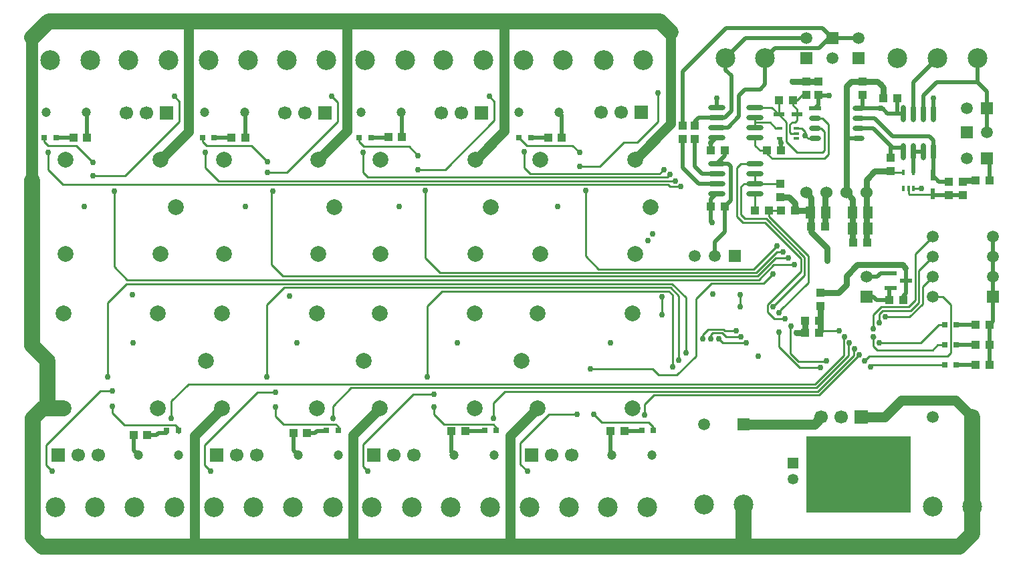
<source format=gtl>
%FSDAX24Y24*%
%MOIN*%
%SFA1B1*%

%IPPOS*%
%ADD10O,0.023600X0.086600*%
%ADD11O,0.086600X0.023600*%
%ADD12R,0.059800X0.024000*%
%ADD13O,0.059800X0.024000*%
%ADD14R,0.027600X0.015700*%
%ADD15R,0.015700X0.027600*%
%ADD16R,0.059100X0.023600*%
%ADD17R,0.043300X0.039400*%
%ADD18R,0.039400X0.043300*%
%ADD19R,0.031500X0.031500*%
%ADD20R,0.021700X0.057100*%
%ADD21R,0.057100X0.021700*%
%ADD22R,0.051200X0.059100*%
%ADD23C,0.010000*%
%ADD24C,0.030000*%
%ADD25C,0.020000*%
%ADD26C,0.080000*%
%ADD27C,0.050000*%
%ADD28C,0.060000*%
%ADD29R,0.520000X0.380000*%
%ADD30C,0.060000*%
%ADD31R,0.066900X0.066900*%
%ADD32C,0.066900*%
%ADD33C,0.059100*%
%ADD34R,0.059100X0.059100*%
%ADD35R,0.066900X0.066900*%
%ADD36C,0.098400*%
%ADD37R,0.059100X0.059100*%
%ADD38C,0.078700*%
%ADD39C,0.047200*%
%ADD40R,0.053100X0.053100*%
%ADD41C,0.053100*%
%ADD42C,0.030000*%
%LNde-010824-1*%
%LPD*%
G54D10*
X057150Y033145D03*
X056650D03*
X056150D03*
X055650D03*
X057150Y031255D03*
X056650D03*
X056150D03*
X055650D03*
G54D11*
X046355Y033450D03*
Y032950D03*
Y032450D03*
Y031950D03*
X048245Y033450D03*
Y032950D03*
Y032450D03*
Y031950D03*
X046355Y030650D03*
Y030150D03*
Y029650D03*
Y029150D03*
X048245Y030650D03*
Y030150D03*
Y029650D03*
Y029150D03*
G54D12*
X051235Y033400D03*
G54D13*
X051235Y032900D03*
Y032400D03*
Y031900D03*
X053400Y033400D03*
Y032900D03*
Y032400D03*
Y031900D03*
G54D14*
X050300Y031900D03*
Y032156D03*
Y032412D03*
X049493D03*
Y031900D03*
G54D15*
X055644Y029396D03*
X055900D03*
X056156D03*
Y030204D03*
X055644D03*
G54D16*
X055774Y024800D03*
X055026Y024426D03*
Y025174D03*
G54D17*
X014950Y031950D03*
X014281D03*
X041065Y017300D03*
X041735D03*
X022835Y031950D03*
X022165D03*
X033131Y017300D03*
X033800D03*
X030650Y031988D03*
X029981D03*
X025237Y017200D03*
X025906D03*
X038619Y031950D03*
X037950D03*
X017281Y017100D03*
X017950D03*
X049535Y031300D03*
X048865D03*
X049465Y033800D03*
X050135D03*
X059265Y029800D03*
X059935D03*
X055635Y023850D03*
X054965D03*
X050235Y028300D03*
X049565D03*
X048265D03*
X048935D03*
X059265Y022600D03*
X059935D03*
X059265Y021600D03*
X059935D03*
X059265Y020600D03*
X059935D03*
X055335Y033900D03*
X054665D03*
X046065Y031300D03*
X046735D03*
X053165Y026700D03*
X053835D03*
X051065Y027500D03*
X051735D03*
X051435Y022200D03*
X050765D03*
X051435Y022800D03*
X050765D03*
X046065Y028500D03*
X046735D03*
G54D18*
X055000Y030265D03*
Y030935D03*
X057900Y029735D03*
Y029065D03*
X044650Y031881D03*
Y032550D03*
X045250Y031865D03*
Y032535D03*
X049500Y029635D03*
Y028965D03*
X051500Y024200D03*
Y023531D03*
X058600Y029735D03*
Y029065D03*
X050800Y034735D03*
Y034065D03*
X053600Y034735D03*
Y034065D03*
X051400Y034735D03*
Y034065D03*
G54D19*
X013411Y031950D03*
X012820D03*
X042605Y017350D03*
X043195D03*
X021295Y031950D03*
X020705D03*
X034770Y017350D03*
X035361D03*
X029111Y031950D03*
X028520D03*
X026876Y017350D03*
X027467D03*
X037080Y031950D03*
X036489D03*
X018920Y017350D03*
X019511D03*
X058295Y022600D03*
X057705D03*
X058295Y021600D03*
X057705D03*
X058295Y020600D03*
X057705D03*
G54D20*
X057100Y030063D03*
Y029137D03*
G54D21*
X049437Y033100D03*
X050363D03*
G54D22*
X053126Y027400D03*
X053874D03*
X053126Y028200D03*
X053874D03*
X051026D03*
X051774D03*
G54D23*
X056546Y029396D02*
X056550Y029400D01*
X056156Y029396D02*
X056546D01*
X031900Y020000D02*
Y023550D01*
X032640Y024290*
X035200Y018700D02*
X035790Y019290D01*
X031800Y025950D02*
Y029300D01*
Y025950D02*
X032540Y025210D01*
X039800Y026050D02*
Y029300D01*
Y026050D02*
X040460Y025390D01*
X013000Y030350D02*
X013750Y029600D01*
X020850Y030450D02*
Y031200D01*
X047500Y023500D02*
Y024100D01*
X048670Y024670D02*
X049150Y025150D01*
X032640Y024290D02*
X043960D01*
X044150Y024100*
Y020500D02*
Y024100D01*
X044450Y020850D02*
Y024055D01*
X044109Y024650D02*
X044800Y023959D01*
Y021200D02*
Y023959D01*
X040050Y020400D02*
X043150D01*
X043450Y020100*
X044350*
X045300Y021050*
Y023900*
X046070Y024670*
X048670*
X048450Y024850D02*
X049198Y025598D01*
X050198*
X024720Y025030D02*
X048375D01*
X049295Y025950*
X049917*
X032540Y025210D02*
X048301D01*
X049341Y026250*
X049633*
X040460Y025390D02*
X048190D01*
X049350Y026550*
X043600Y023100D02*
Y024000D01*
X046050Y021900D02*
Y022100D01*
X046150Y022200*
X045650Y021900D02*
Y022100D01*
X045930Y022380*
X046150Y022200D02*
X046600D01*
X046800Y022000*
X047550*
X046675Y022380D02*
X046755Y022300D01*
X047300*
X045930Y022380D02*
X046675D01*
X046450Y021900D02*
X046650Y021700D01*
X047800*
X020850Y030450D02*
X021520Y029780D01*
X044017Y030100D02*
X044050D01*
X043490Y030140D02*
X043700Y030350D01*
X043877Y029960D02*
X044017Y030100D01*
X043900Y029600D02*
X044000Y029500D01*
X044550*
X048245Y029650D02*
X049485D01*
X049500Y029635*
X048245Y029650D02*
Y030150D01*
Y028320D02*
Y029150D01*
Y028320D02*
X048265Y028300D01*
X047700Y029650D02*
X048245D01*
X047550Y029500D02*
X047700Y029650D01*
X047550Y030650D02*
X048245D01*
X047350Y030450D02*
X047550Y030650D01*
X048935Y028300D02*
X049565D01*
X047550Y028100D02*
Y029500D01*
Y028100D02*
X047750Y027900D01*
X047350Y028000D02*
Y030450D01*
Y028000D02*
X047650Y027700D01*
X047750Y027900D02*
X048800D01*
X050720Y025980*
X047650Y027700D02*
X048745D01*
X050540Y025905*
Y025290D02*
Y025905D01*
X048935Y028020D02*
Y028300D01*
Y028020D02*
X050900Y026055D01*
X049742Y022900D02*
X049800D01*
X048870Y023620D02*
X050540Y025290D01*
X048870Y023230D02*
Y023620D01*
Y023230D02*
X049200Y022900D01*
X049742*
X049150Y023500D02*
X050720Y025070D01*
Y025980*
X049525Y023325D02*
X050900Y024700D01*
Y026055*
X051535Y022300D02*
X052450D01*
X051435Y022200D02*
X051500Y022265D01*
X051535Y022300*
X053170Y021370D02*
X053200Y021400D01*
X053170Y021075D02*
Y021370D01*
X052920Y021670D02*
X052950Y021700D01*
X052920Y021079D02*
Y021670D01*
X052670Y021970D02*
X052700Y022000D01*
X052670Y021084D02*
Y021970D01*
X049446Y021504D02*
Y022250D01*
X050020Y022532D02*
X050037Y022550D01*
X050020Y021185D02*
Y022532D01*
Y021185D02*
X050425Y020780D01*
X043220Y019110D02*
X051460D01*
X035790Y019290D02*
X051385D01*
X051460Y019110D02*
X053450Y021100D01*
X051385Y019290D02*
X053170Y021075D01*
X051311Y019470D02*
X052920Y021079D01*
X051236Y019650D02*
X052670Y021084D01*
X050480Y020470D02*
X051530D01*
X049446Y021504D02*
X050480Y020470D01*
X051780Y020780D02*
X051800Y020800D01*
X050425Y020780D02*
X051780D01*
X057850Y021050D02*
X058000Y021200D01*
X057100Y024000D02*
X057600D01*
X058000Y023600*
Y021200D02*
Y023600D01*
X054450Y022700D02*
Y023150D01*
X054600Y023300*
X056000*
X056420Y023720*
X054150Y022400D02*
Y023105D01*
X055900Y023500D02*
X056240Y023840D01*
X054150Y023105D02*
X054545Y023500D01*
X055900*
X054750Y023000D02*
X055955D01*
X056600Y023645*
X056240Y023840D02*
Y026140D01*
X057100Y027000*
X056420Y023720D02*
Y025320D01*
X057100Y026000*
X053700Y020800D02*
X053950Y021050D01*
X057850*
X054000Y020500D02*
X054100Y020600D01*
X057705*
X054150Y021550D02*
Y021900D01*
Y021550D02*
X054350Y021350D01*
X057100*
X057350Y021600*
X057705*
X054450Y021700D02*
X056500D01*
X057400Y022600*
X057705*
X056600Y023645D02*
Y024500D01*
X057100Y025000*
X049288Y032412D02*
X049493D01*
X049000Y032700D02*
X049288Y032412D01*
X048245Y032700D02*
X049000D01*
X048245Y032450D02*
Y032700D01*
Y032950*
X050363Y033100D02*
Y033337D01*
X050135Y033565D02*
X050363Y033337D01*
X050135Y033565D02*
Y033800D01*
X050615Y034065D02*
X050800D01*
X050350Y033800D02*
X050615Y034065D01*
X050135Y033800D02*
X050350D01*
X050363Y032813D02*
Y033100D01*
X050250Y032700D02*
X050363Y032813D01*
X048245Y033450D02*
X049087D01*
X049437Y033100*
X049465Y033128D02*
Y033800D01*
X049437Y033100D02*
X049465Y033128D01*
X048245Y031555D02*
Y031950D01*
Y031555D02*
X048500Y031300D01*
X048865*
X057063Y029100D02*
X057100Y029137D01*
X055950Y029100D02*
X057063D01*
X055900Y029150D02*
X055950Y029100D01*
X055900Y029150D02*
Y029396D01*
X055062Y030204D02*
X055644D01*
X055000Y030265D02*
X055062Y030204D01*
X019150Y017950D02*
Y018800D01*
X013000Y030350D02*
Y031200D01*
X014400Y031550D02*
X015250Y030700D01*
X012820Y031730D02*
Y031950D01*
Y031730D02*
X013000Y031550D01*
X014400*
X014916Y033200D02*
X014950Y033165D01*
X024150Y029238D02*
X024200Y029288D01*
X024150Y025600D02*
X024720Y025030D01*
X024150Y025600D02*
Y029238D01*
X036750Y030450D02*
Y031250D01*
Y030450D02*
X037060Y030140D01*
X043490*
X020705Y031745D02*
X020900Y031550D01*
X023150*
X023950Y030750*
X028520Y031730D02*
Y031950D01*
Y031730D02*
X028750Y031500D01*
X031000*
X031450Y031050*
X036489Y031950D02*
X036889Y031550D01*
X039150*
X039500Y031200*
Y030500D02*
X040500D01*
X041700Y031700*
X043419Y032731D02*
Y034181D01*
X041700Y031700D02*
X042388D01*
X043419Y032731*
X035000Y034000D02*
X035250Y033750D01*
X013750Y029600D02*
X043900D01*
X021520Y029780D02*
X044280D01*
X028940Y029960D02*
X043877D01*
X032800Y030350D02*
X035250Y032800D01*
Y033750*
X031450Y030350D02*
X032800D01*
X020705Y031745D02*
Y031950D01*
X023950Y030200D02*
X024900D01*
X027450Y032750*
Y033700*
X027150Y034000D02*
X027450Y033700D01*
X028700Y030200D02*
X028940Y029960D01*
X028700Y030200D02*
Y031200D01*
X015250Y030053D02*
X016853D01*
X019550Y032750*
Y033750*
X019300Y034000D02*
X019550Y033750D01*
X012900Y015600D02*
X013200Y015300D01*
X012900Y015600D02*
Y016600D01*
X015600Y019300*
X016200*
X023450Y019250D02*
X024350D01*
X019350Y017600D02*
X019511Y017439D01*
X016800Y017600D02*
X019350D01*
X016200Y018200D02*
X016800Y017600D01*
X016200Y018200D02*
Y018550D01*
X027200Y017850D02*
Y017950D01*
Y018550*
X035200Y017950D02*
Y018700D01*
X027350Y017650D02*
X027467Y017533D01*
X024750Y017650D02*
X027350D01*
X024350Y018050D02*
X024750Y017650D01*
X024350Y018050D02*
Y018500D01*
X035200Y017650D02*
X035361Y017489D01*
Y017350D02*
Y017489D01*
X032250Y018150D02*
Y018500D01*
Y018150D02*
X032750Y017650D01*
X035200*
X042750Y018100D02*
Y018640D01*
X043220Y019110*
X040200Y018150D02*
X040600Y017750D01*
X042950*
X043195Y017505*
Y017350D02*
Y017505D01*
X037977Y018127D02*
X039373D01*
X050300Y032412D02*
X050588D01*
X050750Y032250*
Y032050D02*
Y032250D01*
Y032050D02*
X050900Y031900D01*
X051235*
X049437Y033100D02*
X049815Y032723D01*
X050100Y032700D02*
X050250D01*
X049995Y032595D02*
X050100Y032700D01*
X049995Y032205D02*
Y032595D01*
Y032205D02*
X050044Y032156D01*
X050300*
X048865Y031135D02*
Y031300D01*
X051600Y031200D02*
X051700Y031300D01*
X051235Y032900D02*
X051600D01*
X051900Y032600*
Y031100D02*
Y032600D01*
X051235Y032400D02*
X051550D01*
X051700Y032250*
Y031300D02*
Y032250D01*
X048865Y031135D02*
X049100Y030900D01*
X051700*
X051900Y031100*
X049815Y031735D02*
Y032723D01*
Y031735D02*
X050350Y031200D01*
X051600*
X019150Y018800D02*
X020000Y019650D01*
X027200Y018550D02*
X028120Y019470D01*
X020000Y019650D02*
X051236D01*
X028120Y019470D02*
X051311D01*
X031200Y019150D02*
X032250D01*
X020800Y015600D02*
X021100Y015300D01*
X020800Y015600D02*
Y016600D01*
X023450Y019250*
X028700Y015550D02*
X028950Y015300D01*
X028700Y015550D02*
Y016650D01*
X031200Y019150*
X036550Y015650D02*
X036900Y015300D01*
X036550Y015650D02*
Y016700D01*
X037977Y018127*
X023900Y020000D02*
Y023600D01*
X015968Y020000D02*
Y023718D01*
X016900Y024650*
X044109*
X016300Y025500D02*
Y029288D01*
Y025500D02*
X016950Y024850D01*
X048450*
X027467Y017317D02*
Y017350D01*
Y017533*
X019511Y017217D02*
Y017350D01*
Y017439*
X023900Y023600D02*
X024770Y024470D01*
X044035*
X044450Y024055*
X049525Y023200D02*
Y023325D01*
X054150Y021900D02*
X054250Y022000D01*
G54D24*
X058950Y029800D02*
X059265D01*
X058665D02*
X058950D01*
X051500Y024200D02*
X052400D01*
X050765Y022200D02*
Y022800D01*
X050300Y022200D02*
X050765D01*
X052800Y029200D02*
X053126Y028874D01*
Y027400D02*
Y028200D01*
Y028874*
Y026739D02*
Y027400D01*
Y026739D02*
X053165Y026700D01*
X053800Y026735D02*
X053835Y026700D01*
X050800Y029200D02*
X051065Y028935D01*
X049500Y028965D02*
X049935D01*
X050235Y028665*
Y028300D02*
Y028665D01*
Y028300D02*
X050926D01*
X051026Y028200*
X054665Y033900D02*
Y034435D01*
X053600Y034735D02*
X054365D01*
X054500Y034600*
X054665Y034435*
X050100Y034750D02*
X050115Y034735D01*
X050800*
X051400*
X058600Y029735D02*
X058665Y029800D01*
X053800Y029200D02*
Y029850D01*
X054215Y030265*
X055000*
X053035Y034735D02*
X053600D01*
X052800Y034500D02*
X053035Y034735D01*
X052800Y029200D02*
Y031850D01*
Y034500*
X052400Y024200D02*
X052800Y024600D01*
Y025050*
X053350Y025600*
X055600*
X055750Y025450*
X051065Y027235D02*
Y027500D01*
Y027235D02*
X051850Y026450D01*
Y025800D02*
Y026450D01*
X051735Y027500D02*
Y029135D01*
X053800Y028200D02*
Y029200D01*
Y026735D02*
Y028200D01*
X051500Y022265D02*
Y023531D01*
X051065Y027500D02*
Y028935D01*
G54D25*
X054524Y025174D02*
X055026D01*
X054350Y025000D02*
X054524Y025174D01*
X053800Y025000D02*
X054350D01*
X054965Y024365D02*
X055026Y024426D01*
X053800Y024000D02*
X054150D01*
X055774Y024174D02*
Y024800D01*
X055635Y024035D02*
X055774Y024174D01*
X055635Y023850D02*
Y024035D01*
X054965Y023850D02*
Y024365D01*
X054150Y024000D02*
X054300Y023850D01*
X054965*
X052100Y036900D02*
X053400D01*
X051950D02*
X052100D01*
X051450Y036400D02*
X051950Y036900D01*
X046355Y032450D02*
X046900D01*
X046355Y032950D02*
X046750D01*
X047070Y033270*
X045450Y032950D02*
X046355D01*
X045250Y032750D02*
X045450Y032950D01*
X045250Y032535D02*
Y032750D01*
X046900Y032450D02*
X047450Y033000D01*
Y034050*
X046795Y035305D02*
Y035900D01*
Y035305D02*
X047070Y035030D01*
Y033270D02*
Y035030D01*
X047450Y034050D02*
X047750Y034350D01*
X048500*
X048763Y034613*
Y035900*
X049263Y036400D02*
X051450D01*
X048763Y035900D02*
X049263Y036400D01*
X047795Y036900D02*
X050800D01*
X046795Y035900D02*
X047795Y036900D01*
X051600Y037400D02*
X052100Y036900D01*
X044650Y032550D02*
Y035250D01*
X046800Y037400*
X051600*
X049535Y031300D02*
Y031665D01*
X049500Y031700D02*
X049535Y031665D01*
X049500Y031700D02*
Y031800D01*
X053400Y032400D02*
X054150D01*
X056156Y030204D02*
Y031249D01*
X056150Y031255D02*
X056156Y031249D01*
X056150Y031255D02*
X056650D01*
X053400Y032900D02*
X054200D01*
X055100Y032000*
X056950*
X057150Y031800*
Y031255D02*
Y031800D01*
X055000Y030935D02*
Y031550D01*
X054150Y032400D02*
X055000Y031550D01*
X055100Y031450*
X055550*
X055650Y031350*
Y031255D02*
Y031350D01*
X056150Y033145D02*
Y034700D01*
X057350Y035900*
X056650Y033145D02*
Y034050D01*
X057300Y034700*
X059350*
Y035900*
Y034700D02*
X059800Y034250D01*
Y033400D02*
Y034250D01*
Y032200D02*
Y033400D01*
X054600D02*
X054855Y033145D01*
X055335Y033160D02*
Y033900D01*
Y033160D02*
X055350Y033145D01*
X054855D02*
X055350D01*
X055650*
X053400Y033400D02*
X053550D01*
X053600Y033450*
Y034065*
X053550Y033400D02*
X054500D01*
X054600*
X051235D02*
X051400Y033565D01*
Y034065*
X051415Y034050D02*
X051950D01*
X051400Y034065D02*
X051415Y034050D01*
X059800Y030900D02*
X059935Y030765D01*
Y029800D02*
Y030765D01*
X057100Y030063D02*
X057428Y029735D01*
X057900*
X057100Y030063D02*
X057150Y030113D01*
Y031255*
X057100Y029137D02*
X057172Y029065D01*
X052850Y031900D02*
X053400D01*
X052800Y031850D02*
X052850Y031900D01*
X057150Y033145D02*
Y033900D01*
X022800Y033200D02*
X022835Y033165D01*
X029111Y031950D02*
X029943D01*
X029981Y031988*
X030650D02*
Y033165D01*
X030616Y033200D02*
X030650Y033165D01*
X037080Y031950D02*
X037950D01*
X038619D02*
Y033065D01*
X038484Y033200D02*
X038619Y033065D01*
X017950Y017100D02*
X018400D01*
X018517Y017217*
X025906Y017200D02*
X026300D01*
X026417Y017317*
X033800Y017300D02*
X034720D01*
X034770Y017350*
X041735Y017300D02*
X042555D01*
X042605Y017350*
X022835Y031950D02*
Y033165D01*
X021295Y031950D02*
X022165D01*
X013411D02*
X014281D01*
X014950D02*
Y033165D01*
X055774Y024800D02*
Y025426D01*
X055750Y025450D02*
X055774Y025426D01*
X046065Y028860D02*
X046355Y029150D01*
X046065Y028500D02*
Y028860D01*
Y027735D02*
Y028500D01*
Y027735D02*
X046100Y027700D01*
X045600Y030150D02*
X046355D01*
X045250Y030500D02*
X045600Y030150D01*
X045250Y030500D02*
Y031865D01*
X045450Y029650D02*
X046355D01*
X044650Y030450D02*
X045450Y029650D01*
X044650Y030450D02*
Y031881D01*
X046065Y031300D02*
Y031660D01*
X046355Y031950*
Y033450D02*
Y033895D01*
X046350Y033900D02*
X046355Y033895D01*
Y030650D02*
X046735Y031030D01*
Y031300*
Y028500D02*
X047050Y028815D01*
X046355Y030650D02*
X046900D01*
X047050Y030500*
Y028815D02*
Y030500D01*
X046250Y026050D02*
Y026750D01*
X046735Y027235*
Y028500*
X033131Y016235D02*
Y017300D01*
Y016235D02*
X033265Y016100D01*
X041065Y016135D02*
Y017300D01*
Y016135D02*
X041100Y016100D01*
X025237Y016335D02*
Y017200D01*
Y016335D02*
X025471Y016100D01*
X017281Y016335D02*
Y017100D01*
Y016335D02*
X017516Y016100D01*
X058295Y022600D02*
X059265D01*
X058295Y021600D02*
X059265D01*
X058295Y020600D02*
X059265D01*
X059935D02*
Y021600D01*
Y022600*
X060100Y022765*
Y024000*
Y025000*
Y026000*
Y027000*
X026417Y017317D02*
X026876D01*
X018517Y017217D02*
X018920D01*
X057172Y029065D02*
X058600D01*
G54D26*
X058450Y011550D02*
X059068Y012169D01*
Y013550*
X047684Y011584D02*
Y013650D01*
X047650Y011550D02*
X047684Y011584D01*
X047650Y011550D02*
X058450D01*
X036100D02*
X047650D01*
X012250Y012000D02*
X012700Y011550D01*
X020250*
X012250Y012000D02*
Y017950D01*
X012750Y018450*
X012230Y021566D02*
X012984Y020812D01*
X012230Y021566D02*
Y029800D01*
X043500Y037750D02*
X044050Y037200D01*
X027900Y037750D02*
X035750D01*
X043500*
X013050D02*
X020000D01*
X027900*
X012750Y018450D02*
X012984D01*
X013771*
X020250Y011550D02*
X028150D01*
X059068Y013550D02*
Y017984D01*
X059084Y018000*
X028200Y011550D02*
X036050D01*
X012230Y036930D02*
X013050Y037750D01*
X012984Y018450D02*
Y020812D01*
G54D27*
X020250Y011550D02*
X020300Y011600D01*
Y017075D02*
X021675Y018450D01*
X020300Y011600D02*
Y017075D01*
X044050Y032625D02*
Y037200D01*
X042275Y030850D02*
X044050Y032625D01*
X034306Y030850D02*
X034337D01*
X026491D02*
X027900Y032259D01*
Y037750*
X034337Y030850D02*
X035750Y032263D01*
Y037750*
X018606Y030850D02*
X020000Y032244D01*
Y037750*
X028200Y011550D02*
Y017097D01*
X029553Y018450*
X047684Y017650D02*
X051200D01*
X051550Y018000*
X058234Y018850D02*
X059084Y018000D01*
X055550Y018850D02*
X058234D01*
X054700Y018000D02*
X055550Y018850D01*
X053550Y018000D02*
X054700D01*
X036050Y011550D02*
Y017091D01*
X037409Y018450*
G54D28*
X012230Y029800D02*
Y036930D01*
G54D29*
X053400Y015150D03*
G54D30*
X050800Y029200D03*
X051800D03*
X052800D03*
X053800D03*
G54D31*
X053550Y018000D03*
G54D32*
X052550Y018000D03*
X051550D03*
X017916Y033188D03*
X016916D03*
X038100Y016100D03*
X039100D03*
X025800Y033188D03*
X024800D03*
X030265Y016100D03*
X031265D03*
X033616Y033188D03*
X032616D03*
X022411Y016100D03*
X023412D03*
X041584Y033200D03*
X040584D03*
X014516Y016100D03*
X015516D03*
G54D33*
X057100Y027000D03*
Y026000D03*
Y025000D03*
Y024000D03*
X060100Y027000D03*
Y026000D03*
Y025000D03*
X052100Y035900D03*
X058800Y033400D03*
X050800Y036900D03*
X058800Y030900D03*
X053400Y036900D03*
X059800Y032200D03*
X053800Y025000D03*
X045250Y026050D03*
X046250D03*
X045716Y017650D03*
X057116Y018000D03*
G54D34*
X060100Y024000D03*
X059800Y033400D03*
Y030900D03*
X058800Y032200D03*
X047250Y026050D03*
X047684Y017650D03*
X059084Y018000D03*
G54D35*
X018916Y033188D03*
X037100Y016100D03*
X026800Y033188D03*
X029265Y016100D03*
X034616Y033188D03*
X021411Y016100D03*
X042584Y033200D03*
X013516Y016100D03*
G54D36*
X017032Y035800D03*
X019000D03*
X013132D03*
X015100D03*
X024916D03*
X026884D03*
X021016D03*
X022984D03*
X032731D03*
X034700D03*
X028832D03*
X030800D03*
X040700D03*
X042668D03*
X036716D03*
X038684D03*
X038984Y013500D03*
X037016D03*
X042884D03*
X040916D03*
X031134D03*
X029165D03*
X035065D03*
X033097D03*
X023250D03*
X021281D03*
X027200D03*
X025231D03*
X015346D03*
X013378D03*
X019300D03*
X017332D03*
X048763Y035900D03*
X046795D03*
X059350D03*
X057350D03*
X055350D03*
X057100Y013550D03*
X059068D03*
X045716Y013650D03*
X047684D03*
G54D37*
X052100Y036900D03*
X050800Y035900D03*
X053400D03*
X053800Y024000D03*
G54D38*
X029582Y030850D03*
Y026126D03*
X034306Y030850D03*
Y026126D03*
X035094Y028488D03*
X037550Y030850D03*
Y026126D03*
X042275Y030850D03*
Y026126D03*
X043062Y028488D03*
X013882Y030850D03*
Y026126D03*
X018606Y030850D03*
Y026126D03*
X019394Y028488D03*
X021766Y030850D03*
Y026126D03*
X026491Y030850D03*
Y026126D03*
X027278Y028488D03*
X042134Y018450D03*
Y023174D03*
X037409Y018450D03*
Y023174D03*
X036622Y020812D03*
X034277Y018450D03*
Y023174D03*
X029553Y018450D03*
Y023174D03*
X028765Y020812D03*
X026400Y018450D03*
Y023174D03*
X021675Y018450D03*
Y023174D03*
X020888Y020812D03*
X018496Y018450D03*
Y023174D03*
X013771Y018450D03*
Y023174D03*
X012984Y020812D03*
G54D39*
X014916Y033200D03*
X012916D03*
X041100Y016100D03*
X043100D03*
X022800Y033200D03*
X020800D03*
X033265Y016100D03*
X035265D03*
X030616Y033200D03*
X028616D03*
X025471Y016100D03*
X027471D03*
X038484Y033200D03*
X036484D03*
X017516Y016100D03*
X019516D03*
G54D40*
X050150Y015700D03*
G54D41*
X050150Y014913D03*
G54D42*
X056550Y029400D03*
X058950Y029800D03*
X023900Y020000D03*
X031900D03*
X040050Y020400D03*
X027200Y017950D03*
X035200D03*
X031800Y029300D03*
X039800D03*
X020850Y031200D03*
X015968Y020000D03*
X047500Y023500D03*
Y024100D03*
X049150Y025150D03*
X050200Y025600D03*
X049350Y026550D03*
X049633Y026250D03*
X049917Y025950D03*
X044150Y020500D03*
X044450Y020850D03*
X044800Y021200D03*
X043600Y024000D03*
Y023100D03*
X046450Y021900D03*
X046050D03*
X047800Y021700D03*
X047550Y022000D03*
X047300Y022300D03*
X045650Y021900D03*
X052700Y022000D03*
X052950Y021700D03*
X053200Y021400D03*
X053450Y021100D03*
X044550Y029500D03*
X044283Y029780D03*
X044017Y030100D03*
X043700Y030350D03*
X052400Y024200D03*
X052450Y022300D03*
X050300Y022200D03*
X049742Y022900D03*
X054750Y023000D03*
X054450Y022700D03*
X054150Y022400D03*
X050037Y022550D03*
X049150Y023500D03*
X049446Y023200D03*
Y022250D03*
X051530Y020470D03*
X051800Y020800D03*
X054000Y020500D03*
X053700Y020800D03*
X054450Y021700D03*
X054150Y022000D03*
X054500Y034600D03*
Y033400D03*
X050100Y034750D03*
X051950Y034050D03*
X057150Y033900D03*
X016300Y029288D03*
X015250Y030700D03*
X013000Y031200D03*
X015250Y030053D03*
X024200Y029288D03*
X036750Y031250D03*
X023950Y030750D03*
Y030200D03*
X031450Y030350D03*
Y031050D03*
X039500Y030500D03*
Y031200D03*
X043419Y034181D03*
X014800Y028500D03*
X022835D03*
X030500D03*
X038400D03*
X035000Y034000D03*
X027150D03*
X028700Y031200D03*
X019300Y034000D03*
X013200Y015300D03*
X016200Y019300D03*
X021100Y015300D03*
X024350Y019250D03*
X019150Y017950D03*
X016200Y018550D03*
X024350Y018500D03*
X032250D03*
X028950Y015300D03*
X040200Y018150D03*
X039373Y018127D03*
X042750Y018100D03*
X036900Y015300D03*
X051250Y014800D03*
X051800D03*
X052350D03*
X052900D03*
X053450D03*
Y015400D03*
X052900D03*
X052350D03*
X051800D03*
X051250D03*
X053450Y016000D03*
X052900D03*
X052350D03*
X051800D03*
X051250D03*
X048400Y021035D03*
X046165Y024150D03*
X055750Y025450D03*
X046100Y027700D03*
X046065Y031660D03*
X049535Y031665D03*
X046350Y033900D03*
X032250Y019150D03*
X017250Y021700D03*
X025400D03*
X033400D03*
X041050D03*
X051850Y025800D03*
X017200Y024100D03*
X042900Y026800D03*
X043150Y027150D03*
X025050Y024050D03*
X050750Y032050D03*
M02*
</source>
